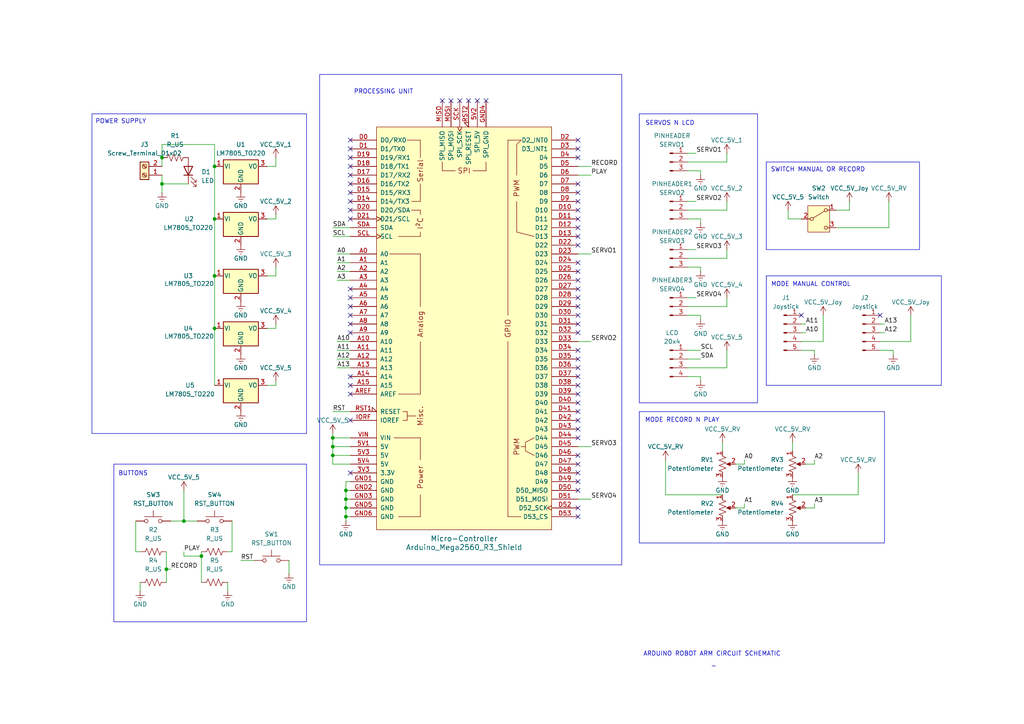
<source format=kicad_sch>
(kicad_sch (version 20231120) (generator "eeschema") (generator_version "8.0")
  (paper "A4")
  (lib_symbols
    (symbol "Connector:Conn_01x03_Pin" (pin_names (offset 1.016) hide)
      (property "Reference" "J" (at 0 5.08 0))
      (property "Value" "Conn_01x03_Pin" (at 0 -5.08 0))
      (symbol "Conn_01x03_Pin_1_1"
        (polyline (pts (xy 1.27 -2.54) (xy 0.8636 -2.54)) (stroke (width 0.1524)))
        (polyline (pts (xy 1.27 0) (xy 0.8636 0)) (stroke (width 0.1524)))
        (polyline (pts (xy 1.27 2.54) (xy 0.8636 2.54)) (stroke (width 0.1524)))
        (rectangle (start 0.8636 -2.413) (end 0 -2.667) (stroke (width 0.1524)) (fill (type outline)))
        (rectangle (start 0.8636 0.127) (end 0 -0.127) (stroke (width 0.1524)) (fill (type outline)))
        (rectangle (start 0.8636 2.667) (end 0 2.413) (stroke (width 0.1524)) (fill (type outline)))
        (pin passive line (at 5.08 2.54 180) (length 3.81) (name "Pin_1") (number "1"))
        (pin passive line (at 5.08 0 180) (length 3.81) (name "Pin_2") (number "2"))
        (pin passive line (at 5.08 -2.54 180) (length 3.81) (name "Pin_3") (number "3"))
      )
    )
    (symbol "Connector:Conn_01x04_Pin" (pin_names (offset 1.016) hide)
      (property "Reference" "J" (at 0 5.08 0))
      (property "Value" "Conn_01x04_Pin" (at 0 -7.62 0))
      (symbol "Conn_01x04_Pin_1_1"
        (polyline (pts (xy 1.27 -5.08) (xy 0.8636 -5.08)) (stroke (width 0.1524)))
        (polyline (pts (xy 1.27 -2.54) (xy 0.8636 -2.54)) (stroke (width 0.1524)))
        (polyline (pts (xy 1.27 0) (xy 0.8636 0)) (stroke (width 0.1524)))
        (polyline (pts (xy 1.27 2.54) (xy 0.8636 2.54)) (stroke (width 0.1524)))
        (rectangle (start 0.8636 -4.953) (end 0 -5.207) (stroke (width 0.1524)) (fill (type outline)))
        (rectangle (start 0.8636 -2.413) (end 0 -2.667) (stroke (width 0.1524)) (fill (type outline)))
        (rectangle (start 0.8636 0.127) (end 0 -0.127) (stroke (width 0.1524)) (fill (type outline)))
        (rectangle (start 0.8636 2.667) (end 0 2.413) (stroke (width 0.1524)) (fill (type outline)))
        (pin passive line (at 5.08 2.54 180) (length 3.81) (name "Pin_1") (number "1"))
        (pin passive line (at 5.08 0 180) (length 3.81) (name "Pin_2") (number "2"))
        (pin passive line (at 5.08 -2.54 180) (length 3.81) (name "Pin_3") (number "3"))
        (pin passive line (at 5.08 -5.08 180) (length 3.81) (name "Pin_4") (number "4"))
      )
    )
    (symbol "Connector:Conn_01x05_Pin" (pin_names (offset 1.016) hide)
      (property "Reference" "J" (at 0 7.62 0))
      (property "Value" "Conn_01x05_Pin" (at 0 -7.62 0))
      (symbol "Conn_01x05_Pin_1_1"
        (polyline (pts (xy 1.27 -5.08) (xy 0.8636 -5.08)) (stroke (width 0.1524)))
        (polyline (pts (xy 1.27 -2.54) (xy 0.8636 -2.54)) (stroke (width 0.1524)))
        (polyline (pts (xy 1.27 0) (xy 0.8636 0)) (stroke (width 0.1524)))
        (polyline (pts (xy 1.27 2.54) (xy 0.8636 2.54)) (stroke (width 0.1524)))
        (polyline (pts (xy 1.27 5.08) (xy 0.8636 5.08)) (stroke (width 0.1524)))
        (rectangle (start 0.8636 -4.953) (end 0 -5.207) (stroke (width 0.1524)) (fill (type outline)))
        (rectangle (start 0.8636 -2.413) (end 0 -2.667) (stroke (width 0.1524)) (fill (type outline)))
        (rectangle (start 0.8636 0.127) (end 0 -0.127) (stroke (width 0.1524)) (fill (type outline)))
        (rectangle (start 0.8636 2.667) (end 0 2.413) (stroke (width 0.1524)) (fill (type outline)))
        (rectangle (start 0.8636 5.207) (end 0 4.953) (stroke (width 0.1524)) (fill (type outline)))
        (pin passive line (at 5.08 5.08 180) (length 3.81) (name "Pin_1") (number "1"))
        (pin passive line (at 5.08 2.54 180) (length 3.81) (name "Pin_2") (number "2"))
        (pin passive line (at 5.08 0 180) (length 3.81) (name "Pin_3") (number "3"))
        (pin passive line (at 5.08 -2.54 180) (length 3.81) (name "Pin_4") (number "4"))
        (pin passive line (at 5.08 -5.08 180) (length 3.81) (name "Pin_5") (number "5"))
      )
    )
    (symbol "Connector:Screw_Terminal_01x02" (pin_names (offset 1.016) hide)
      (property "Reference" "J" (at 0 2.54 0))
      (property "Value" "Screw_Terminal_01x02" (at 0 -5.08 0))
      (symbol "Screw_Terminal_01x02_1_1"
        (rectangle (start -1.27 1.27) (end 1.27 -3.81) (stroke (width 0.254)) (fill (type background)))
        (circle (center 0 -2.54) (radius 0.635) (stroke (width 0.1524)))
        (polyline (pts (xy -0.5334 -2.2098) (xy 0.3302 -3.048)) (stroke (width 0.1524)))
        (polyline (pts (xy -0.5334 0.3302) (xy 0.3302 -0.508)) (stroke (width 0.1524)))
        (polyline (pts (xy -0.3556 -2.032) (xy 0.508 -2.8702)) (stroke (width 0.1524)))
        (polyline (pts (xy -0.3556 0.508) (xy 0.508 -0.3302)) (stroke (width 0.1524)))
        (circle (center 0 0) (radius 0.635) (stroke (width 0.1524)))
        (pin passive line (at -5.08 0 0) (length 3.81) (name "Pin_1") (number "1"))
        (pin passive line (at -5.08 -2.54 0) (length 3.81) (name "Pin_2") (number "2"))
      )
    )
    (symbol "Device:LED" (pin_numbers hide) (pin_names (offset 1.016) hide)
      (property "Reference" "D" (at 0 2.54 0))
      (property "Value" "LED" (at 0 -2.54 0))
      (symbol "LED_0_1"
        (polyline (pts (xy -1.27 -1.27) (xy -1.27 1.27)) (stroke (width 0.254)))
        (polyline (pts (xy -1.27 0) (xy 1.27 0)))
        (polyline (pts (xy 1.27 -1.27) (xy 1.27 1.27) (xy -1.27 0) (xy 1.27 -1.27)) (stroke (width 0.254)))
        (polyline (pts (xy -3.048 -0.762) (xy -4.572 -2.286) (xy -3.81 -2.286) (xy -4.572 -2.286) (xy -4.572 -1.524)))
        (polyline (pts (xy -1.778 -0.762) (xy -3.302 -2.286) (xy -2.54 -2.286) (xy -3.302 -2.286) (xy -3.302 -1.524)))
      )
      (symbol "LED_1_1"
        (pin passive line (at -3.81 0 0) (length 2.54) (name "K") (number "1"))
        (pin passive line (at 3.81 0 180) (length 2.54) (name "A") (number "2"))
      )
    )
    (symbol "Device:R_Potentiometer_US" (pin_names (offset 1.016) hide)
      (property "Reference" "RV" (at -4.445 0 90))
      (property "Value" "R_Potentiometer_US" (at -2.54 0 90))
      (symbol "R_Potentiometer_US_0_1"
        (polyline (pts (xy 0 -2.286) (xy 0 -2.54)))
        (polyline (pts (xy 0 2.54) (xy 0 2.286)))
        (polyline (pts (xy 2.54 0) (xy 1.524 0)))
        (polyline (pts (xy 1.143 0) (xy 2.286 0.508) (xy 2.286 -0.508) (xy 1.143 0)) (fill (type outline)))
        (polyline (pts (xy 0 -0.762) (xy 1.016 -1.143) (xy 0 -1.524) (xy -1.016 -1.905) (xy 0 -2.286)))
        (polyline (pts (xy 0 0.762) (xy 1.016 0.381) (xy 0 0) (xy -1.016 -0.381) (xy 0 -0.762)))
        (polyline (pts (xy 0 2.286) (xy 1.016 1.905) (xy 0 1.524) (xy -1.016 1.143) (xy 0 0.762)))
      )
      (symbol "R_Potentiometer_US_1_1"
        (pin passive line (at 0 3.81 270) (length 1.27) (name "1") (number "1"))
        (pin passive line (at 3.81 0 180) (length 1.27) (name "2") (number "2"))
        (pin passive line (at 0 -3.81 90) (length 1.27) (name "3") (number "3"))
      )
    )
    (symbol "Device:R_US" (pin_numbers hide) (pin_names (offset 0))
      (property "Reference" "R" (at 2.54 0 90))
      (property "Value" "R_US" (at -2.54 0 90))
      (symbol "R_US_0_1"
        (polyline (pts (xy 0 -2.286) (xy 0 -2.54)))
        (polyline (pts (xy 0 2.286) (xy 0 2.54)))
        (polyline (pts (xy 0 -0.762) (xy 1.016 -1.143) (xy 0 -1.524) (xy -1.016 -1.905) (xy 0 -2.286)))
        (polyline (pts (xy 0 0.762) (xy 1.016 0.381) (xy 0 0) (xy -1.016 -0.381) (xy 0 -0.762)))
        (polyline (pts (xy 0 2.286) (xy 1.016 1.905) (xy 0 1.524) (xy -1.016 1.143) (xy 0 0.762)))
      )
      (symbol "R_US_1_1"
        (pin passive line (at 0 3.81 270) (length 1.27) (name "~") (number "1"))
        (pin passive line (at 0 -3.81 90) (length 1.27) (name "~") (number "2"))
      )
    )
    (symbol "PCM_arduino-library:Arduino_Mega2560_R3_Shield" (pin_names (offset 1.016))
      (property "Reference" "A" (at 0 -62.23 0))
      (property "Value" "Arduino_Mega2560_R3_Shield" (at 0 -66.04 0))
      (symbol "Arduino_Mega2560_R3_Shield_0_0"
        (rectangle (start -25.4 -58.42) (end 25.4 58.42) (fill (type background)))
        (rectangle (start -20.32 -31.75) (end -12.7 -31.75))
        (rectangle (start -19.05 -54.61) (end -12.7 -54.61))
        (rectangle (start -19.05 -19.05) (end -12.7 -19.05))
        (rectangle (start -19.05 26.67) (end -12.7 26.67))
        (rectangle (start -17.78 -26.67) (end -16.51 -26.67))
        (rectangle (start -17.78 -24.13) (end -16.51 -24.13))
        (rectangle (start -16.51 -25.4) (end -13.97 -25.4))
        (rectangle (start -16.51 -24.13) (end -16.51 -26.67))
        (rectangle (start -16.51 54.61) (end -12.7 54.61))
        (rectangle (start -15.24 34.29) (end -12.7 34.29))
        (rectangle (start -15.24 36.83) (end -12.7 36.83))
        (rectangle (start -12.7 -54.61) (end -12.7 -48.26))
        (rectangle (start -12.7 -31.75) (end -12.7 -38.1))
        (rectangle (start -12.7 26.67) (end -12.7 27.94))
        (rectangle (start -12.7 34.29) (end -12.7 33.02))
        (rectangle (start -12.7 41.91) (end -12.7 36.83))
        (rectangle (start -12.7 49.53) (end -12.7 54.61))
        (rectangle (start -6.35 48.26) (end -6.35 45.72))
        (rectangle (start -2.54 45.72) (end -6.35 45.72))
        (polyline (pts (xy -21.59 21.59) (xy -12.7 21.59)))
        (polyline (pts (xy -12.7 -19.05) (xy -12.7 -3.81)))
        (polyline (pts (xy -12.7 6.35) (xy -12.7 21.59)))
        (polyline (pts (xy 12.7 -54.61) (xy 16.51 -54.61)))
        (polyline (pts (xy 12.7 54.61) (xy 16.51 54.61)))
        (polyline (pts (xy 17.78 -34.29) (xy 16.51 -34.29)))
        (polyline (pts (xy 15.24 36.83) (xy 15.24 27.94) (xy 20.32 26.67)))
        (polyline (pts (xy 15.24 44.45) (xy 15.24 53.34) (xy 16.51 54.61)))
        (polyline (pts (xy 20.32 -31.75) (xy 17.78 -33.02) (xy 17.78 -35.56) (xy 20.32 -36.83)))
        (rectangle (start 6.35 45.72) (end 2.54 45.72))
        (rectangle (start 6.35 48.26) (end 6.35 45.72))
        (text "Analog" (at -12.7 1.27 900) (effects (font (size 1.524 1.524))))
        (text "I²C" (at -12.7 30.48 900) (effects (font (size 1.524 1.524))))
        (text "Misc." (at -12.7 -25.4 900) (effects (font (size 1.524 1.524))))
        (text "Power" (at -12.7 -43.18 900) (effects (font (size 1.524 1.524))))
        (text "PWM" (at 15.24 -34.29 900) (effects (font (size 1.524 1.524))))
        (text "PWM" (at 15.24 40.64 900) (effects (font (size 1.524 1.524))))
        (text "Serial" (at -12.7 45.72 900) (effects (font (size 1.524 1.524))))
        (text "SPI" (at 0 45.72 0) (effects (font (size 1.524 1.524))))
      )
      (symbol "Arduino_Mega2560_R3_Shield_1_0"
        (rectangle (start 12.7 -54.61) (end 12.7 -3.81))
        (rectangle (start 12.7 54.61) (end 12.7 3.81))
        (text "GPIO" (at 12.7 0 900) (effects (font (size 1.524 1.524))))
      )
      (symbol "Arduino_Mega2560_R3_Shield_1_1"
        (pin power_out line (at -33.02 -41.91 0) (length 7.62) (name "3.3V") (number "3V3"))
        (pin power_in line (at -33.02 -34.29 0) (length 7.62) (name "5V") (number "5V1"))
        (pin power_in line (at 3.81 66.04 270) (length 7.62) (name "SPI_5V") (number "5V2"))
        (pin power_in line (at -33.02 -36.83 0) (length 7.62) (name "5V") (number "5V3"))
        (pin power_in line (at -33.02 -39.37 0) (length 7.62) (name "5V") (number "5V4"))
        (pin bidirectional line (at -33.02 21.59 0) (length 7.62) (name "A0") (number "A0"))
        (pin bidirectional line (at -33.02 19.05 0) (length 7.62) (name "A1") (number "A1"))
        (pin bidirectional line (at -33.02 -3.81 0) (length 7.62) (name "A10") (number "A10"))
        (pin bidirectional line (at -33.02 -6.35 0) (length 7.62) (name "A11") (number "A11"))
        (pin bidirectional line (at -33.02 -8.89 0) (length 7.62) (name "A12") (number "A12"))
        (pin bidirectional line (at -33.02 -11.43 0) (length 7.62) (name "A13") (number "A13"))
        (pin bidirectional line (at -33.02 -13.97 0) (length 7.62) (name "A14") (number "A14"))
        (pin bidirectional line (at -33.02 -16.51 0) (length 7.62) (name "A15") (number "A15"))
        (pin bidirectional line (at -33.02 16.51 0) (length 7.62) (name "A2") (number "A2"))
        (pin bidirectional line (at -33.02 13.97 0) (length 7.62) (name "A3") (number "A3"))
        (pin bidirectional line (at -33.02 11.43 0) (length 7.62) (name "A4") (number "A4"))
        (pin bidirectional line (at -33.02 8.89 0) (length 7.62) (name "A5") (number "A5"))
        (pin bidirectional line (at -33.02 6.35 0) (length 7.62) (name "A6") (number "A6"))
        (pin bidirectional line (at -33.02 3.81 0) (length 7.62) (name "A7") (number "A7"))
        (pin bidirectional line (at -33.02 1.27 0) (length 7.62) (name "A8") (number "A8"))
        (pin bidirectional line (at -33.02 -1.27 0) (length 7.62) (name "A9") (number "A9"))
        (pin input line (at -33.02 -19.05 0) (length 7.62) (name "AREF") (number "AREF"))
        (pin bidirectional line (at -33.02 54.61 0) (length 7.62) (name "D0/RX0") (number "D0"))
        (pin bidirectional line (at -33.02 52.07 0) (length 7.62) (name "D1/TX0") (number "D1"))
        (pin bidirectional line (at 33.02 34.29 180) (length 7.62) (name "D10") (number "D10"))
        (pin bidirectional line (at 33.02 31.75 180) (length 7.62) (name "D11") (number "D11"))
        (pin bidirectional line (at 33.02 29.21 180) (length 7.62) (name "D12") (number "D12"))
        (pin bidirectional line (at 33.02 26.67 180) (length 7.62) (name "D13") (number "D13"))
        (pin bidirectional line (at -33.02 36.83 0) (length 7.62) (name "D14/TX3") (number "D14"))
        (pin bidirectional line (at -33.02 39.37 0) (length 7.62) (name "D15/RX3") (number "D15"))
        (pin bidirectional line (at -33.02 41.91 0) (length 7.62) (name "D16/TX2") (number "D16"))
        (pin bidirectional line (at -33.02 44.45 0) (length 7.62) (name "D17/RX2") (number "D17"))
        (pin bidirectional line (at -33.02 46.99 0) (length 7.62) (name "D18/TX1") (number "D18"))
        (pin bidirectional line (at -33.02 49.53 0) (length 7.62) (name "D19/RX1") (number "D19"))
        (pin bidirectional line (at 33.02 54.61 180) (length 7.62) (name "D2_INT0") (number "D2"))
        (pin bidirectional line (at -33.02 34.29 0) (length 7.62) (name "D20/SDA") (number "D20"))
        (pin bidirectional clock (at -33.02 31.75 0) (length 7.62) (name "D21/SCL") (number "D21"))
        (pin bidirectional line (at 33.02 24.13 180) (length 7.62) (name "D22") (number "D22"))
        (pin bidirectional line (at 33.02 21.59 180) (length 7.62) (name "D23") (number "D23"))
        (pin bidirectional line (at 33.02 19.05 180) (length 7.62) (name "D24") (number "D24"))
        (pin bidirectional line (at 33.02 16.51 180) (length 7.62) (name "D25") (number "D25"))
        (pin bidirectional line (at 33.02 13.97 180) (length 7.62) (name "D26") (number "D26"))
        (pin bidirectional line (at 33.02 11.43 180) (length 7.62) (name "D27") (number "D27"))
        (pin bidirectional line (at 33.02 8.89 180) (length 7.62) (name "D28") (number "D28"))
        (pin bidirectional line (at 33.02 6.35 180) (length 7.62) (name "D29") (number "D29"))
        (pin bidirectional line (at 33.02 52.07 180) (length 7.62) (name "D3_INT1") (number "D3"))
        (pin bidirectional line (at 33.02 3.81 180) (length 7.62) (name "D30") (number "D30"))
        (pin bidirectional line (at 33.02 1.27 180) (length 7.62) (name "D31") (number "D31"))
        (pin bidirectional line (at 33.02 -1.27 180) (length 7.62) (name "D32") (number "D32"))
        (pin bidirectional line (at 33.02 -3.81 180) (length 7.62) (name "D33") (number "D33"))
        (pin bidirectional line (at 33.02 -6.35 180) (length 7.62) (name "D34") (number "D34"))
        (pin bidirectional line (at 33.02 -8.89 180) (length 7.62) (name "D35") (number "D35"))
        (pin bidirectional line (at 33.02 -11.43 180) (length 7.62) (name "D36") (number "D36"))
        (pin bidirectional line (at 33.02 -13.97 180) (length 7.62) (name "D37") (number "D37"))
        (pin bidirectional line (at 33.02 -16.51 180) (length 7.62) (name "D38") (number "D38"))
        (pin bidirectional line (at 33.02 -19.05 180) (length 7.62) (name "D39") (number "D39"))
        (pin bidirectional line (at 33.02 49.53 180) (length 7.62) (name "D4") (number "D4"))
        (pin bidirectional line (at 33.02 -21.59 180) (length 7.62) (name "D40") (number "D40"))
        (pin bidirectional line (at 33.02 -24.13 180) (length 7.62) (name "D41") (number "D41"))
        (pin bidirectional line (at 33.02 -26.67 180) (length 7.62) (name "D42") (number "D42"))
        (pin bidirectional line (at 33.02 -29.21 180) (length 7.62) (name "D43") (number "D43"))
        (pin bidirectional line (at 33.02 -31.75 180) (length 7.62) (name "D44") (number "D44"))
        (pin bidirectional line (at 33.02 -34.29 180) (length 7.62) (name "D45") (number "D45"))
        (pin bidirectional line (at 33.02 -36.83 180) (length 7.62) (name "D46") (number "D46"))
        (pin bidirectional line (at 33.02 -39.37 180) (length 7.62) (name "D47") (number "D47"))
        (pin bidirectional line (at 33.02 -41.91 180) (length 7.62) (name "D48") (number "D48"))
        (pin bidirectional line (at 33.02 -44.45 180) (length 7.62) (name "D49") (number "D49"))
        (pin bidirectional line (at 33.02 46.99 180) (length 7.62) (name "D5") (number "D5"))
        (pin bidirectional line (at 33.02 -46.99 180) (length 7.62) (name "D50_MISO") (number "D50"))
        (pin bidirectional line (at 33.02 -49.53 180) (length 7.62) (name "D51_MOSI") (number "D51"))
        (pin bidirectional clock (at 33.02 -52.07 180) (length 7.62) (name "D52_SCK") (number "D52"))
        (pin bidirectional line (at 33.02 -54.61 180) (length 7.62) (name "D53_CS") (number "D53"))
        (pin bidirectional line (at 33.02 44.45 180) (length 7.62) (name "D6") (number "D6"))
        (pin bidirectional line (at 33.02 41.91 180) (length 7.62) (name "D7") (number "D7"))
        (pin bidirectional line (at 33.02 39.37 180) (length 7.62) (name "D8") (number "D8"))
        (pin bidirectional line (at 33.02 36.83 180) (length 7.62) (name "D9") (number "D9"))
        (pin power_in line (at -33.02 -44.45 0) (length 7.62) (name "GND") (number "GND1"))
        (pin power_in line (at -33.02 -46.99 0) (length 7.62) (name "GND") (number "GND2"))
        (pin power_in line (at -33.02 -49.53 0) (length 7.62) (name "GND") (number "GND3"))
        (pin power_in line (at 6.35 66.04 270) (length 7.62) (name "SPI_GND") (number "GND4"))
        (pin power_in line (at -33.02 -52.07 0) (length 7.62) (name "GND") (number "GND5"))
        (pin power_in line (at -33.02 -54.61 0) (length 7.62) (name "GND") (number "GND6"))
        (pin output line (at -33.02 -26.67 0) (length 7.62) (name "IOREF") (number "IORF"))
        (pin input line (at -6.35 66.04 270) (length 7.62) (name "SPI_MISO") (number "MISO"))
        (pin output line (at -3.81 66.04 270) (length 7.62) (name "SPI_MOSI") (number "MOSI"))
        (pin open_collector input_low (at -33.02 -24.13 0) (length 7.62) (name "RESET") (number "RST1"))
        (pin open_collector input_low (at 1.27 66.04 270) (length 7.62) (name "SPI_RESET") (number "RST2"))
        (pin output clock (at -1.27 66.04 270) (length 7.62) (name "SPI_SCK") (number "SCK"))
        (pin bidirectional clock (at -33.02 26.67 0) (length 7.62) (name "SCL") (number "SCL"))
        (pin bidirectional line (at -33.02 29.21 0) (length 7.62) (name "SDA") (number "SDA"))
        (pin power_in line (at -33.02 -31.75 0) (length 7.62) (name "VIN") (number "VIN"))
      )
    )
    (symbol "Regulator_Linear:LM7805_TO220" (pin_names (offset 0.254))
      (property "Reference" "U" (at -3.81 3.175 0))
      (property "Value" "LM7805_TO220" (at 0 3.175 0))
      (symbol "LM7805_TO220_0_1"
        (rectangle (start -5.08 1.905) (end 5.08 -5.08) (stroke (width 0.254)) (fill (type background)))
      )
      (symbol "LM7805_TO220_1_1"
        (pin power_in line (at -7.62 0 0) (length 2.54) (name "VI") (number "1"))
        (pin power_in line (at 0 -7.62 90) (length 2.54) (name "GND") (number "2"))
        (pin power_out line (at 7.62 0 180) (length 2.54) (name "VO") (number "3"))
      )
    )
    (symbol "Switch:SW_Push" (pin_numbers hide) (pin_names (offset 1.016) hide)
      (property "Reference" "SW" (at 1.27 2.54 0))
      (property "Value" "SW_Push" (at 0 -1.524 0))
      (symbol "SW_Push_0_1"
        (circle (center -2.032 0) (radius 0.508))
        (polyline (pts (xy 0 1.27) (xy 0 3.048)))
        (polyline (pts (xy 2.54 1.27) (xy -2.54 1.27)))
        (circle (center 2.032 0) (radius 0.508))
        (pin passive line (at -5.08 0 0) (length 2.54) (name "1") (number "1"))
        (pin passive line (at 5.08 0 180) (length 2.54) (name "2") (number "2"))
      )
    )
    (symbol "Switch:SW_SPDT" (pin_names (offset 0) hide)
      (property "Reference" "SW" (at 0 5.08 0))
      (property "Value" "SW_SPDT" (at 0 -5.08 0))
      (symbol "SW_SPDT_0_1"
        (circle (center -2.032 0) (radius 0.4572))
        (polyline (pts (xy -1.651 0.254) (xy 1.651 2.286)))
        (circle (center 2.032 -2.54) (radius 0.4572))
        (circle (center 2.032 2.54) (radius 0.4572))
      )
      (symbol "SW_SPDT_1_1"
        (rectangle (start -3.175 3.81) (end 3.175 -3.81) (fill (type background)))
        (pin passive line (at 5.08 2.54 180) (length 2.54) (name "A") (number "1"))
        (pin passive line (at -5.08 0 0) (length 2.54) (name "B") (number "2"))
        (pin passive line (at 5.08 -2.54 180) (length 2.54) (name "C") (number "3"))
      )
    )
    (symbol "power:GNDREF" (power) (pin_numbers hide) (pin_names (offset 0) hide)
      (property "Value" "GNDREF" (at 0 -3.81 0))
      (symbol "GNDREF_0_1"
        (polyline (pts (xy -0.635 -1.905) (xy 0.635 -1.905)))
        (polyline (pts (xy -0.127 -2.54) (xy 0.127 -2.54)))
        (polyline (pts (xy 0 -1.27) (xy 0 0)))
        (polyline (pts (xy 1.27 -1.27) (xy -1.27 -1.27)))
      )
      (symbol "GNDREF_1_1"
        (pin power_in line (at 0 0 270) (length 0) (name "~") (number "1"))
      )
    )
    (symbol "power:VCC" (power) (pin_numbers hide) (pin_names (offset 0) hide)
      (property "Value" "VCC" (at 0 3.556 0))
      (symbol "VCC_0_1"
        (polyline (pts (xy -0.762 1.27) (xy 0 2.54)))
        (polyline (pts (xy 0 0) (xy 0 2.54)))
        (polyline (pts (xy 0 2.54) (xy 0.762 1.27)))
      )
      (symbol "VCC_1_1"
        (pin power_in line (at 0 0 90) (length 0) (name "~") (number "1"))
      )
    )
  )
  (junction (at 62.23 63.5))
  (junction (at 96.52 129.54))
  (junction (at 96.52 132.08))
  (junction (at 62.23 95.25))
  (junction (at 100.33 144.78))
  (junction (at 58.42 161.29))
  (junction (at 100.33 142.24))
  (junction (at 46.99 45.72))
  (junction (at 53.34 151.13))
  (junction (at 100.33 147.32))
  (junction (at 46.99 53.34))
  (junction (at 100.33 149.86))
  (junction (at 62.23 48.26))
  (junction (at 62.23 80.01))
  (junction (at 96.52 127))
  (junction (at 48.26 165.1))
  (no_connect (at 167.64 132.08))
  (no_connect (at 101.6 50.8))
  (no_connect (at 130.81 29.21))
  (no_connect (at 101.6 58.42))
  (no_connect (at 167.64 114.3))
  (no_connect (at 101.6 86.36))
  (no_connect (at 101.6 93.98))
  (no_connect (at 167.64 81.28))
  (no_connect (at 101.6 109.22))
  (no_connect (at 167.64 78.74))
  (no_connect (at 138.43 29.21))
  (no_connect (at 167.64 40.64))
  (no_connect (at 255.27 91.44))
  (no_connect (at 167.64 104.14))
  (no_connect (at 167.64 109.22))
  (no_connect (at 167.64 134.62))
  (no_connect (at 101.6 40.64))
  (no_connect (at 167.64 137.16))
  (no_connect (at 167.64 124.46))
  (no_connect (at 167.64 111.76))
  (no_connect (at 167.64 60.96))
  (no_connect (at 101.6 55.88))
  (no_connect (at 167.64 121.92))
  (no_connect (at 167.64 53.34))
  (no_connect (at 167.64 63.5))
  (no_connect (at 101.6 63.5))
  (no_connect (at 167.64 45.72))
  (no_connect (at 167.64 88.9))
  (no_connect (at 167.64 43.18))
  (no_connect (at 167.64 68.58))
  (no_connect (at 167.64 55.88))
  (no_connect (at 101.6 83.82))
  (no_connect (at 167.64 116.84))
  (no_connect (at 135.89 29.21))
  (no_connect (at 167.64 66.04))
  (no_connect (at 101.6 111.76))
  (no_connect (at 167.64 142.24))
  (no_connect (at 167.64 101.6))
  (no_connect (at 101.6 121.92))
  (no_connect (at 167.64 147.32))
  (no_connect (at 167.64 139.7))
  (no_connect (at 232.41 91.44))
  (no_connect (at 128.27 29.21))
  (no_connect (at 167.64 83.82))
  (no_connect (at 101.6 137.16))
  (no_connect (at 167.64 96.52))
  (no_connect (at 140.97 29.21))
  (no_connect (at 101.6 45.72))
  (no_connect (at 167.64 106.68))
  (no_connect (at 167.64 149.86))
  (no_connect (at 167.64 86.36))
  (no_connect (at 133.35 29.21))
  (no_connect (at 101.6 96.52))
  (no_connect (at 101.6 53.34))
  (no_connect (at 167.64 71.12))
  (no_connect (at 167.64 76.2))
  (no_connect (at 101.6 48.26))
  (no_connect (at 101.6 91.44))
  (no_connect (at 101.6 88.9))
  (no_connect (at 167.64 119.38))
  (no_connect (at 101.6 60.96))
  (no_connect (at 101.6 114.3))
  (no_connect (at 101.6 43.18))
  (no_connect (at 167.64 91.44))
  (no_connect (at 167.64 58.42))
  (no_connect (at 167.64 93.98))
  (no_connect (at 167.64 127))
  (wire (pts (xy 97.79 99.06) (xy 101.6 99.06)))
  (wire (pts (xy 62.23 41.91) (xy 62.23 48.26)))
  (wire (pts (xy 255.27 96.52) (xy 256.54 96.52)))
  (wire (pts (xy 229.87 143.51) (xy 248.92 143.51)))
  (wire (pts (xy 199.39 101.6) (xy 203.2 101.6)))
  (wire (pts (xy 255.27 93.98) (xy 256.54 93.98)))
  (wire (pts (xy 193.04 143.51) (xy 193.04 133.35)))
  (wire (pts (xy 46.99 45.72) (xy 46.99 48.26)))
  (wire (pts (xy 80.01 80.01) (xy 80.01 77.47)))
  (wire (pts (xy 97.79 101.6) (xy 101.6 101.6)))
  (wire (pts (xy 97.79 78.74) (xy 101.6 78.74)))
  (wire (pts (xy 229.87 128.27) (xy 229.87 130.81)))
  (wire (pts (xy 77.47 63.5) (xy 80.01 63.5)))
  (wire (pts (xy 53.34 161.29) (xy 58.42 161.29)))
  (wire (pts (xy 203.2 77.47) (xy 203.2 78.74)))
  (wire (pts (xy 199.39 44.45) (xy 201.93 44.45)))
  (wire (pts (xy 199.39 88.9) (xy 210.82 88.9)))
  (wire (pts (xy 199.39 91.44) (xy 203.2 91.44)))
  (wire (pts (xy 236.22 146.05) (xy 236.22 147.32)))
  (wire (pts (xy 62.23 95.25) (xy 62.23 111.76)))
  (wire (pts (xy 199.39 46.99) (xy 210.82 46.99)))
  (wire (pts (xy 77.47 48.26) (xy 80.01 48.26)))
  (wire (pts (xy 242.57 60.96) (xy 246.38 60.96)))
  (wire (pts (xy 203.2 109.22) (xy 203.2 110.49)))
  (wire (pts (xy 96.52 127) (xy 101.6 127)))
  (wire (pts (xy 257.81 58.42) (xy 257.81 66.04)))
  (wire (pts (xy 255.27 99.06) (xy 264.16 99.06)))
  (wire (pts (xy 199.39 104.14) (xy 203.2 104.14)))
  (wire (pts (xy 248.92 143.51) (xy 248.92 137.16)))
  (wire (pts (xy 83.82 162.56) (xy 83.82 166.37)))
  (wire (pts (xy 101.6 139.7) (xy 100.33 139.7)))
  (wire (pts (xy 54.61 53.34) (xy 46.99 53.34)))
  (wire (pts (xy 67.31 151.13) (xy 67.31 160.02)))
  (wire (pts (xy 167.64 73.66) (xy 171.45 73.66)))
  (wire (pts (xy 199.39 74.93) (xy 210.82 74.93)))
  (wire (pts (xy 62.23 80.01) (xy 62.23 95.25)))
  (wire (pts (xy 215.9 147.32) (xy 213.36 147.32)))
  (wire (pts (xy 100.33 142.24) (xy 101.6 142.24)))
  (wire (pts (xy 96.52 129.54) (xy 101.6 129.54)))
  (wire (pts (xy 236.22 133.35) (xy 236.22 134.62)))
  (wire (pts (xy 100.33 147.32) (xy 101.6 147.32)))
  (wire (pts (xy 232.41 96.52) (xy 233.68 96.52)))
  (wire (pts (xy 167.64 48.26) (xy 171.45 48.26)))
  (wire (pts (xy 264.16 99.06) (xy 264.16 91.44)))
  (wire (pts (xy 210.82 46.99) (xy 210.82 44.45)))
  (wire (pts (xy 46.99 53.34) (xy 46.99 55.88)))
  (wire (pts (xy 96.52 132.08) (xy 101.6 132.08)))
  (wire (pts (xy 203.2 63.5) (xy 203.2 64.77)))
  (wire (pts (xy 199.39 109.22) (xy 203.2 109.22)))
  (wire (pts (xy 203.2 91.44) (xy 203.2 92.71)))
  (wire (pts (xy 199.39 60.96) (xy 210.82 60.96)))
  (wire (pts (xy 199.39 77.47) (xy 203.2 77.47)))
  (wire (pts (xy 53.34 151.13) (xy 53.34 142.24)))
  (wire (pts (xy 246.38 60.96) (xy 246.38 58.42)))
  (wire (pts (xy 77.47 80.01) (xy 80.01 80.01)))
  (wire (pts (xy 96.52 66.04) (xy 101.6 66.04)))
  (wire (pts (xy 46.99 41.91) (xy 62.23 41.91)))
  (wire (pts (xy 210.82 88.9) (xy 210.82 86.36)))
  (wire (pts (xy 232.41 99.06) (xy 238.76 99.06)))
  (wire (pts (xy 97.79 73.66) (xy 101.6 73.66)))
  (wire (pts (xy 49.53 151.13) (xy 53.34 151.13)))
  (wire (pts (xy 80.01 63.5) (xy 80.01 62.23)))
  (wire (pts (xy 167.64 144.78) (xy 171.45 144.78)))
  (wire (pts (xy 215.9 133.35) (xy 215.9 134.62)))
  (wire (pts (xy 96.52 132.08) (xy 96.52 129.54)))
  (wire (pts (xy 100.33 144.78) (xy 101.6 144.78)))
  (wire (pts (xy 203.2 49.53) (xy 203.2 50.8)))
  (wire (pts (xy 66.04 168.91) (xy 66.04 171.45)))
  (wire (pts (xy 97.79 104.14) (xy 101.6 104.14)))
  (wire (pts (xy 48.26 160.02) (xy 48.26 165.1)))
  (wire (pts (xy 77.47 111.76) (xy 80.01 111.76)))
  (wire (pts (xy 167.64 99.06) (xy 171.45 99.06)))
  (wire (pts (xy 257.81 66.04) (xy 242.57 66.04)))
  (wire (pts (xy 236.22 134.62) (xy 233.68 134.62)))
  (wire (pts (xy 62.23 63.5) (xy 62.23 80.01)))
  (wire (pts (xy 199.39 86.36) (xy 201.93 86.36)))
  (wire (pts (xy 232.41 101.6) (xy 236.22 101.6)))
  (wire (pts (xy 100.33 149.86) (xy 101.6 149.86)))
  (wire (pts (xy 210.82 60.96) (xy 210.82 58.42)))
  (wire (pts (xy 97.79 106.68) (xy 101.6 106.68)))
  (wire (pts (xy 203.2 49.53) (xy 199.39 49.53)))
  (wire (pts (xy 236.22 101.6) (xy 236.22 102.87)))
  (wire (pts (xy 39.37 151.13) (xy 39.37 160.02)))
  (wire (pts (xy 199.39 106.68) (xy 210.82 106.68)))
  (wire (pts (xy 48.26 165.1) (xy 48.26 168.91)))
  (wire (pts (xy 96.52 127) (xy 96.52 125.73)))
  (wire (pts (xy 199.39 72.39) (xy 201.93 72.39)))
  (wire (pts (xy 232.41 63.5) (xy 228.6 63.5)))
  (wire (pts (xy 96.52 134.62) (xy 96.52 132.08)))
  (wire (pts (xy 39.37 160.02) (xy 40.64 160.02)))
  (wire (pts (xy 67.31 160.02) (xy 66.04 160.02)))
  (wire (pts (xy 210.82 106.68) (xy 210.82 101.6)))
  (wire (pts (xy 215.9 146.05) (xy 215.9 147.32)))
  (wire (pts (xy 167.64 129.54) (xy 171.45 129.54)))
  (wire (pts (xy 62.23 48.26) (xy 62.23 63.5)))
  (wire (pts (xy 97.79 76.2) (xy 101.6 76.2)))
  (wire (pts (xy 48.26 165.1) (xy 49.53 165.1)))
  (wire (pts (xy 100.33 149.86) (xy 100.33 151.13)))
  (wire (pts (xy 199.39 63.5) (xy 203.2 63.5)))
  (wire (pts (xy 80.01 95.25) (xy 80.01 93.98)))
  (wire (pts (xy 199.39 58.42) (xy 201.93 58.42)))
  (wire (pts (xy 97.79 81.28) (xy 101.6 81.28)))
  (wire (pts (xy 80.01 48.26) (xy 80.01 45.72)))
  (wire (pts (xy 96.52 129.54) (xy 96.52 127)))
  (wire (pts (xy 53.34 151.13) (xy 57.15 151.13)))
  (wire (pts (xy 40.64 168.91) (xy 40.64 171.45)))
  (wire (pts (xy 96.52 119.38) (xy 101.6 119.38)))
  (wire (pts (xy 210.82 74.93) (xy 210.82 72.39)))
  (wire (pts (xy 238.76 99.06) (xy 238.76 91.44)))
  (wire (pts (xy 209.55 128.27) (xy 209.55 130.81)))
  (wire (pts (xy 58.42 160.02) (xy 58.42 161.29)))
  (wire (pts (xy 255.27 101.6) (xy 259.08 101.6)))
  (wire (pts (xy 236.22 147.32) (xy 233.68 147.32)))
  (wire (pts (xy 100.33 142.24) (xy 100.33 144.78)))
  (wire (pts (xy 53.34 160.02) (xy 53.34 161.29)))
  (wire (pts (xy 77.47 95.25) (xy 80.01 95.25)))
  (wire (pts (xy 215.9 134.62) (xy 213.36 134.62)))
  (wire (pts (xy 259.08 101.6) (xy 259.08 102.87)))
  (wire (pts (xy 58.42 161.29) (xy 58.42 168.91)))
  (wire (pts (xy 46.99 45.72) (xy 46.99 41.91)))
  (wire (pts (xy 80.01 111.76) (xy 80.01 110.49)))
  (wire (pts (xy 232.41 93.98) (xy 233.68 93.98)))
  (wire (pts (xy 101.6 134.62) (xy 96.52 134.62)))
  (wire (pts (xy 167.64 50.8) (xy 171.45 50.8)))
  (wire (pts (xy 69.85 162.56) (xy 73.66 162.56)))
  (wire (pts (xy 96.52 68.58) (xy 101.6 68.58)))
  (wire (pts (xy 100.33 139.7) (xy 100.33 142.24)))
  (wire (pts (xy 209.55 143.51) (xy 193.04 143.51)))
  (wire (pts (xy 100.33 147.32) (xy 100.33 149.86)))
  (wire (pts (xy 228.6 63.5) (xy 228.6 60.96)))
  (wire (pts (xy 46.99 50.8) (xy 46.99 53.34)))
  (wire (pts (xy 100.33 144.78) (xy 100.33 147.32)))
  (rectangle (start 26.67 33.02) (end 88.9 125.73))
  (rectangle (start 222.25 80.01) (end 273.05 111.76))
  (rectangle (start 185.42 33.02) (end 219.71 116.84))
  (rectangle (start 222.25 46.99) (end 266.7 72.39))
  (rectangle (start 185.42 119.38) (end 256.54 157.48))
  (rectangle (start 92.71 21.59) (end 180.34 163.83))
  (rectangle (start 33.02 134.62) (end 88.9 180.34))
  (text "-" (at 207.01 193.294 0) (effects (font (size 1.27 1.27))))
  (text "SWITCH MANUAL OR RECORD" (at 237.236 49.276 0) (effects (font (size 1.27 1.27))))
  (text "POWER SUPPLY" (at 35.052 35.306 0) (effects (font (size 1.27 1.27))))
  (text "BUTTONS" (at 38.608 137.414 0) (effects (font (size 1.27 1.27))))
  (text "MODE RECORD N PLAY" (at 197.866 121.92 0) (effects (font (size 1.27 1.27))))
  (text "ARDUINO ROBOT ARM CIRCUIT SCHEMATIC" (at 206.502 189.738 0) (effects (font (size 1.27 1.27))))
  (text "PROCESSING UNIT" (at 111.252 26.67 0) (effects (font (size 1.27 1.27))))
  (text "MODE MANUAL CONTROL\n" (at 235.204 82.55 0) (effects (font (size 1.27 1.27))))
  (text "SERVOS N LCD" (at 194.31 35.814 0) (effects (font (size 1.27 1.27))))
  (label "SERVO1" (at 201.93 44.45 0))
  (label "SDA" (at 96.52 66.04 0))
  (label "SERVO3" (at 201.93 72.39 0))
  (label "RECORD" (at 171.45 48.26 0))
  (label "A1" (at 97.79 76.2 0))
  (label "A1" (at 215.9 146.05 0))
  (label "SERVO2" (at 201.93 58.42 0))
  (label "SERVO2" (at 171.45 99.06 0))
  (label "RST" (at 96.52 119.38 0))
  (label "A12" (at 97.79 104.14 0))
  (label "SERVO4" (at 171.45 144.78 0))
  (label "A13" (at 97.79 106.68 0))
  (label "RST" (at 69.85 162.56 0))
  (label "A0" (at 97.79 73.66 0))
  (label "PLAY" (at 171.45 50.8 0))
  (label "SDA" (at 203.2 104.14 0))
  (label "A2" (at 97.79 78.74 0))
  (label "A12" (at 256.54 96.52 0))
  (label "SERVO4" (at 201.93 86.36 0))
  (label "A11" (at 97.79 101.6 0))
  (label "SCL" (at 96.52 68.58 0))
  (label "A10" (at 233.68 96.52 0))
  (label "SERVO1" (at 171.45 73.66 0))
  (label "RECORD" (at 49.53 165.1 0))
  (label "A10" (at 97.79 99.06 0))
  (label "A3" (at 97.79 81.28 0))
  (label "A11" (at 233.68 93.98 0))
  (label "A0" (at 215.9 133.35 0))
  (label "A13" (at 256.54 93.98 0))
  (label "PLAY" (at 53.34 160.02 0))
  (label "A3" (at 236.22 146.05 0))
  (label "A2" (at 236.22 133.35 0))
  (label "SCL" (at 203.2 101.6 0))
  (label "SERVO3" (at 171.45 129.54 0))
  (symbol (lib_id "power:GNDREF") (at 203.2 110.49 0) (unit 1)
    (property "Reference" "#PWR022" (effects (hide yes)))
    (property "Value" "GND" (at 203.2 114.3 0))
    (property "Description" "Power symbol creates a global label with name \"GNDREF\" , reference supply ground" (effects (hide yes)))
  )
  (symbol (lib_id "Connector:Conn_01x05_Pin") (at 227.33 96.52 0) (unit 1)
    (property "Reference" "J1" (at 227.965 86.36 0))
    (property "Value" "Joystick" (at 227.965 88.9 0))
    (property "Description" "Generic connector, single row, 01x05, script generated" (effects (hide yes)))
  )
  (symbol (lib_id "Connector:Conn_01x03_Pin") (at 194.31 60.96 0) (unit 1)
    (property "Reference" "PINHEADER1" (at 194.945 53.34 0))
    (property "Value" "SERVO2" (at 194.945 55.88 0))
    (property "Description" "Generic connector, single row, 01x03, script generated" (effects (hide yes)))
  )
  (symbol (lib_id "power:VCC") (at 80.01 93.98 0) (unit 1)
    (property "Reference" "#PWR011" (effects (hide yes)))
    (property "Value" "VCC_5V_4" (at 80.01 90.17 0))
    (property "Description" "Power symbol creates a global label with name \"VCC\"" (effects (hide yes)))
  )
  (symbol (lib_id "Device:R_Potentiometer_US") (at 209.55 134.62 0) (unit 1)
    (property "Reference" "RV1" (at 207.01 133.3499 0) (effects (justify right)))
    (property "Value" "Potentiometer" (at 207.01 135.8899 0) (effects (justify right)))
    (property "Description" "Potentiometer, US symbol" (effects (hide yes)))
  )
  (symbol (lib_id "power:GNDREF") (at 203.2 92.71 0) (unit 1)
    (property "Reference" "#PWR021" (effects (hide yes)))
    (property "Value" "GND" (at 203.2 96.774 0))
    (property "Description" "Power symbol creates a global label with name \"GNDREF\" , reference supply ground" (effects (hide yes)))
  )
  (symbol (lib_id "Device:R_US") (at 44.45 168.91 90) (unit 1)
    (property "Reference" "R4" (at 44.45 162.56 90))
    (property "Value" "R_US" (at 44.45 165.1 90))
    (property "Description" "Resistor, US symbol" (effects (hide yes)))
  )
  (symbol (lib_id "power:VCC") (at 210.82 86.36 0) (unit 1)
    (property "Reference" "#PWR016" (effects (hide yes)))
    (property "Value" "VCC_5V_4" (at 210.82 82.55 0))
    (property "Description" "Power symbol creates a global label with name \"VCC\"" (effects (hide yes)))
  )
  (symbol (lib_id "power:VCC") (at 228.6 60.96 0) (unit 1)
    (property "Reference" "#PWR027" (effects (hide yes)))
    (property "Value" "VCC_5V_5" (at 228.6 57.15 0))
    (property "Description" "Power symbol creates a global label with name \"VCC\"" (effects (hide yes)))
  )
  (symbol (lib_id "power:VCC") (at 193.04 133.35 0) (unit 1)
    (property "Reference" "#PWR033" (effects (hide yes)))
    (property "Value" "VCC_5V_RV" (at 193.04 129.54 0))
    (property "Description" "Power symbol creates a global label with name \"VCC\"" (effects (hide yes)))
  )
  (symbol (lib_id "power:GNDREF") (at 100.33 151.13 0) (unit 1)
    (property "Reference" "#PWR025" (effects (hide yes)))
    (property "Value" "GND" (at 100.33 154.94 0))
    (property "Description" "Power symbol creates a global label with name \"GNDREF\" , reference supply ground" (effects (hide yes)))
  )
  (symbol (lib_id "Switch:SW_Push") (at 62.23 151.13 0) (unit 1)
    (property "Reference" "SW4" (at 62.23 143.51 0))
    (property "Value" "RST_BUTTON" (at 62.23 146.05 0))
    (property "Description" "Push button switch, generic, two pins" (effects (hide yes)))
  )
  (symbol (lib_id "power:VCC") (at 264.16 91.44 0) (unit 1)
    (property "Reference" "#PWR032" (effects (hide yes)))
    (property "Value" "VCC_5V_Joy" (at 264.16 87.63 0))
    (property "Description" "Power symbol creates a global label with name \"VCC\"" (effects (hide yes)))
  )
  (symbol (lib_id "power:VCC") (at 209.55 128.27 0) (unit 1)
    (property "Reference" "#PWR031" (effects (hide yes)))
    (property "Value" "VCC_5V_RV" (at 209.55 124.46 0))
    (property "Description" "Power symbol creates a global label with name \"VCC\"" (effects (hide yes)))
  )
  (symbol (lib_id "Device:R_US") (at 62.23 168.91 90) (unit 1)
    (property "Reference" "R5" (at 62.23 162.56 90))
    (property "Value" "R_US" (at 62.23 165.1 90))
    (property "Description" "Resistor, US symbol" (effects (hide yes)))
  )
  (symbol (lib_id "power:GNDREF") (at 69.85 119.38 0) (unit 1)
    (property "Reference" "#PWR06" (effects (hide yes)))
    (property "Value" "GND" (at 69.85 123.19 0))
    (property "Description" "Power symbol creates a global label with name \"GNDREF\" , reference supply ground" (effects (hide yes)))
  )
  (symbol (lib_id "power:GNDREF") (at 259.08 102.87 0) (unit 1)
    (property "Reference" "#PWR026" (effects (hide yes)))
    (property "Value" "GND" (at 259.08 106.68 0))
    (property "Description" "Power symbol creates a global label with name \"GNDREF\" , reference supply ground" (effects (hide yes)))
  )
  (symbol (lib_id "power:VCC") (at 246.38 58.42 0) (unit 1)
    (property "Reference" "#PWR028" (effects (hide yes)))
    (property "Value" "VCC_5V_Joy" (at 246.38 54.61 0))
    (property "Description" "Power symbol creates a global label with name \"VCC\"" (effects (hide yes)))
  )
  (symbol (lib_id "Device:R_US") (at 44.45 160.02 90) (unit 1)
    (property "Reference" "R2" (at 44.45 153.67 90))
    (property "Value" "R_US" (at 44.45 156.21 90))
    (property "Description" "Resistor, US symbol" (effects (hide yes)))
  )
  (symbol (lib_id "Switch:SW_SPDT") (at 237.49 63.5 0) (unit 1)
    (property "Reference" "SW2" (at 237.49 54.61 0))
    (property "Value" "Switch" (at 237.49 57.15 0))
    (property "Description" "Switch, single pole double throw" (effects (hide yes)))
  )
  (symbol (lib_id "power:GNDREF") (at 83.82 166.37 0) (unit 1)
    (property "Reference" "#PWR07" (effects (hide yes)))
    (property "Value" "GND" (at 83.82 170.18 0))
    (property "Description" "Power symbol creates a global label with name \"GNDREF\" , reference supply ground" (effects (hide yes)))
  )
  (symbol (lib_id "power:VCC") (at 238.76 91.44 0) (unit 1)
    (property "Reference" "#PWR030" (effects (hide yes)))
    (property "Value" "VCC_5V_Joy" (at 238.76 87.63 0))
    (property "Description" "Power symbol creates a global label with name \"VCC\"" (effects (hide yes)))
  )
  (symbol (lib_id "power:GNDREF") (at 229.87 151.13 0) (unit 1)
    (property "Reference" "#PWR039" (effects (hide yes)))
    (property "Value" "GND" (at 229.87 154.94 0))
    (property "Description" "Power symbol creates a global label with name \"GNDREF\" , reference supply ground" (effects (hide yes)))
  )
  (symbol (lib_id "power:VCC") (at 229.87 128.27 0) (unit 1)
    (property "Reference" "#PWR035" (effects (hide yes)))
    (property "Value" "VCC_5V_RV" (at 229.87 124.46 0))
    (property "Description" "Power symbol creates a global label with name \"VCC\"" (effects (hide yes)))
  )
  (symbol (lib_id "power:GNDREF") (at 66.04 171.45 0) (unit 1)
    (property "Reference" "#PWR042" (effects (hide yes)))
    (property "Value" "GND" (at 66.04 175.26 0))
    (property "Description" "Power symbol creates a global label with name \"GNDREF\" , reference supply ground" (effects (hide yes)))
  )
  (symbol (lib_id "Connector:Conn_01x03_Pin") (at 194.31 74.93 0) (unit 1)
    (property "Reference" "PINHEADER2" (at 194.945 67.31 0))
    (property "Value" "SERVO3" (at 194.945 69.85 0))
    (property "Description" "Generic connector, single row, 01x03, script generated" (effects (hide yes)))
  )
  (symbol (lib_id "Device:R_Potentiometer_US") (at 209.55 147.32 0) (unit 1)
    (property "Reference" "RV2" (at 207.01 146.0499 0) (effects (justify right)))
    (property "Value" "Potentiometer" (at 207.01 148.5899 0) (effects (justify right)))
    (property "Description" "Potentiometer, US symbol" (effects (hide yes)))
  )
  (symbol (lib_id "Regulator_Linear:LM7805_TO220") (at 69.85 63.5 0) (unit 1)
    (property "Reference" "U2" (at 54.864 63.5 0))
    (property "Value" "LM7805_TO220" (at 54.61 66.04 0))
    (property "Footprint" "Package_TO_SOT_THT:TO-220-3_Vertical" (effects (hide yes)))
    (property "Datasheet" "https://www.onsemi.cn/PowerSolutions/document/MC7800-D.PDF" (effects (hide yes)))
    (property "Description" "Positive 1A 35V Linear Regulator, Fixed Output 5V, TO-220" (effects (hide yes)))
  )
  (symbol (lib_id "Switch:SW_Push") (at 44.45 151.13 0) (unit 1)
    (property "Reference" "SW3" (at 44.45 143.51 0))
    (property "Value" "RST_BUTTON" (at 44.45 146.05 0))
    (property "Description" "Push button switch, generic, two pins" (effects (hide yes)))
  )
  (symbol (lib_id "power:VCC") (at 80.01 62.23 0) (unit 1)
    (property "Reference" "#PWR09" (effects (hide yes)))
    (property "Value" "VCC_5V_2" (at 80.01 58.42 0))
    (property "Description" "Power symbol creates a global label with name \"VCC\"" (effects (hide yes)))
  )
  (symbol (lib_id "Regulator_Linear:LM7805_TO220") (at 69.85 111.76 0) (unit 1)
    (property "Reference" "U5" (at 55.118 111.76 0))
    (property "Value" "LM7805_TO220" (at 55.118 114.3 0))
    (property "Footprint" "Package_TO_SOT_THT:TO-220-3_Vertical" (effects (hide yes)))
    (property "Datasheet" "https://www.onsemi.cn/PowerSolutions/document/MC7800-D.PDF" (effects (hide yes)))
    (property "Description" "Positive 1A 35V Linear Regulator, Fixed Output 5V, TO-220" (effects (hide yes)))
  )
  (symbol (lib_id "PCM_arduino-library:Arduino_Mega2560_R3_Shield") (at 134.62 95.25 0) (unit 1)
    (property "Reference" "Micro-Controller" (at 134.62 156.21 0) (effects (font (size 1.524 1.524))))
    (property "Value" "Arduino_Mega2560_R3_Shield" (at 134.62 158.75 0) (effects (font (size 1.524 1.524))))
    (property "Footprint" "PCM_arduino-library:Arduino_Mega2560_R3_Shield" (effects (hide yes)))
    (property "Datasheet" "https://docs.arduino.cc/hardware/mega-2560" (effects (hide yes)))
    (property "Description" "Shield for Arduino Mega 2560 R3" (effects (hide yes)))
  )
  (symbol (lib_id "power:GNDREF") (at 203.2 64.77 0) (unit 1)
    (property "Reference" "#PWR019" (effects (hide yes)))
    (property "Value" "GND" (at 203.2 68.58 0))
    (property "Description" "Power symbol creates a global label with name \"GNDREF\" , reference supply ground" (effects (hide yes)))
  )
  (symbol (lib_id "power:GNDREF") (at 236.22 102.87 0) (unit 1)
    (property "Reference" "#PWR023" (effects (hide yes)))
    (property "Value" "GND" (at 236.22 106.68 0))
    (property "Description" "Power symbol creates a global label with name \"GNDREF\" , reference supply ground" (effects (hide yes)))
  )
  (symbol (lib_id "power:GNDREF") (at 209.55 151.13 0) (unit 1)
    (property "Reference" "#PWR038" (effects (hide yes)))
    (property "Value" "GND" (at 209.55 154.94 0))
    (property "Description" "Power symbol creates a global label with name \"GNDREF\" , reference supply ground" (effects (hide yes)))
  )
  (symbol (lib_id "power:GNDREF") (at 69.85 55.88 0) (unit 1)
    (property "Reference" "#PWR02" (effects (hide yes)))
    (property "Value" "GND" (at 69.85 59.69 0))
    (property "Description" "Power symbol creates a global label with name \"GNDREF\" , reference supply ground" (effects (hide yes)))
  )
  (symbol (lib_id "power:VCC") (at 210.82 101.6 0) (unit 1)
    (property "Reference" "#PWR017" (effects (hide yes)))
    (property "Value" "VCC_5V_5" (at 210.82 97.79 0))
    (property "Description" "Power symbol creates a global label with name \"VCC\"" (effects (hide yes)))
  )
  (symbol (lib_id "Regulator_Linear:LM7805_TO220") (at 69.85 48.26 0) (unit 1)
    (property "Reference" "U1" (at 69.85 41.91 0))
    (property "Value" "LM7805_TO220" (at 69.85 44.45 0))
    (property "Footprint" "Package_TO_SOT_THT:TO-220-3_Vertical" (effects (hide yes)))
    (property "Datasheet" "https://www.onsemi.cn/PowerSolutions/document/MC7800-D.PDF" (effects (hide yes)))
    (property "Description" "Positive 1A 35V Linear Regulator, Fixed Output 5V, TO-220" (effects (hide yes)))
  )
  (symbol (lib_id "power:VCC") (at 53.34 142.24 0) (unit 1)
    (property "Reference" "#PWR040" (effects (hide yes)))
    (property "Value" "VCC_5V_5" (at 53.34 138.43 0))
    (property "Description" "Power symbol creates a global label with name \"VCC\"" (effects (hide yes)))
  )
  (symbol (lib_id "power:VCC") (at 248.92 137.16 0) (unit 1)
    (property "Reference" "#PWR034" (effects (hide yes)))
    (property "Value" "VCC_5V_RV" (at 248.92 133.35 0))
    (property "Description" "Power symbol creates a global label with name \"VCC\"" (effects (hide yes)))
  )
  (symbol (lib_id "power:VCC") (at 210.82 44.45 0) (unit 1)
    (property "Reference" "#PWR013" (effects (hide yes)))
    (property "Value" "VCC_5V_1" (at 210.82 40.64 0))
    (property "Description" "Power symbol creates a global label with name \"VCC\"" (effects (hide yes)))
  )
  (symbol (lib_id "power:GNDREF") (at 203.2 50.8 0) (unit 1)
    (property "Reference" "#PWR018" (effects (hide yes)))
    (property "Value" "GND" (at 203.2 54.61 0))
    (property "Description" "Power symbol creates a global label with name \"GNDREF\" , reference supply ground" (effects (hide yes)))
  )
  (symbol (lib_id "power:GNDREF") (at 40.64 171.45 0) (unit 1)
    (property "Reference" "#PWR041" (effects (hide yes)))
    (property "Value" "GND" (at 40.64 175.26 0))
    (property "Description" "Power symbol creates a global label with name \"GNDREF\" , reference supply ground" (effects (hide yes)))
  )
  (symbol (lib_id "power:VCC") (at 80.01 77.47 0) (unit 1)
    (property "Reference" "#PWR010" (effects (hide yes)))
    (property "Value" "VCC_5V_3" (at 80.01 73.66 0))
    (property "Description" "Power symbol creates a global label with name \"VCC\"" (effects (hide yes)))
  )
  (symbol (lib_id "Device:R_US") (at 50.8 45.72 90) (unit 1)
    (property "Reference" "R1" (at 50.8 39.37 90))
    (property "Value" "R_US" (at 50.8 41.91 90))
    (property "Description" "Resistor, US symbol" (effects (hide yes)))
  )
  (symbol (lib_id "Device:LED") (at 54.61 49.53 90) (unit 1)
    (property "Reference" "D1" (at 58.42 49.8474 90) (effects (justify right)))
    (property "Value" "LED" (at 58.42 52.3874 90) (effects (justify right)))
    (property "Description" "Light emitting diode" (effects (hide yes)))
  )
  (symbol (lib_id "power:GNDREF") (at 69.85 102.87 0) (unit 1)
    (property "Reference" "#PWR05" (effects (hide yes)))
    (property "Value" "GND" (at 69.85 106.68 0))
    (property "Description" "Power symbol creates a global label with name \"GNDREF\" , reference supply ground" (effects (hide yes)))
  )
  (symbol (lib_id "Device:R_Potentiometer_US") (at 229.87 134.62 0) (unit 1)
    (property "Reference" "RV3" (at 227.33 133.3499 0) (effects (justify right)))
    (property "Value" "Potentiometer" (at 227.33 135.8899 0) (effects (justify right)))
    (property "Description" "Potentiometer, US symbol" (effects (hide yes)))
  )
  (symbol (lib_id "Switch:SW_Push") (at 78.74 162.56 0) (unit 1)
    (property "Reference" "SW1" (at 78.74 154.94 0))
    (property "Value" "RST_BUTTON" (at 78.74 157.48 0))
    (property "Description" "Push button switch, generic, two pins" (effects (hide yes)))
  )
  (symbol (lib_id "power:GNDREF") (at 46.99 55.88 0) (unit 1)
    (property "Reference" "#PWR01" (effects (hide yes)))
    (property "Value" "GND" (at 46.99 59.69 0))
    (property "Description" "Power symbol creates a global label with name \"GNDREF\" , reference supply ground" (effects (hide yes)))
  )
  (symbol (lib_id "Connector:Conn_01x05_Pin") (at 250.19 96.52 0) (unit 1)
    (property "Reference" "J2" (at 250.825 86.36 0))
    (property "Value" "Joystick" (at 250.825 88.9 0))
    (property "Description" "Generic connector, single row, 01x05, script generated" (effects (hide yes)))
  )
  (symbol (lib_id "Regulator_Linear:LM7805_TO220") (at 69.85 95.25 0) (unit 1)
    (property "Reference" "U4" (at 54.61 95.25 0))
    (property "Value" "LM7805_TO220" (at 54.864 97.536 0))
    (property "Footprint" "Package_TO_SOT_THT:TO-220-3_Vertical" (effects (hide yes)))
    (property "Datasheet" "https://www.onsemi.cn/PowerSolutions/document/MC7800-D.PDF" (effects (hide yes)))
    (property "Description" "Positive 1A 35V Linear Regulator, Fixed Output 5V, TO-220" (effects (hide yes)))
  )
  (symbol (lib_id "Regulator_Linear:LM7805_TO220") (at 69.85 80.01 0) (unit 1)
    (property "Reference" "U3" (at 54.61 80.01 0))
    (property "Value" "LM7805_TO220" (at 54.864 82.296 0))
    (property "Footprint" "Package_TO_SOT_THT:TO-220-3_Vertical" (effects (hide yes)))
    (property "Datasheet" "https://www.onsemi.cn/PowerSolutions/document/MC7800-D.PDF" (effects (hide yes)))
    (property "Description" "Positive 1A 35V Linear Regulator, Fixed Output 5V, TO-220" (effects (hide yes)))
  )
  (symbol (lib_id "power:VCC") (at 80.01 45.72 0) (unit 1)
    (property "Reference" "#PWR08" (effects (hide yes)))
    (property "Value" "VCC_5V_1" (at 80.01 41.91 0))
    (property "Description" "Power symbol creates a global label with name \"VCC\"" (effects (hide yes)))
  )
  (symbol (lib_id "power:VCC") (at 210.82 72.39 0) (unit 1)
    (property "Reference" "#PWR015" (effects (hide yes)))
    (property "Value" "VCC_5V_3" (at 210.82 68.58 0))
    (property "Description" "Power symbol creates a global label with name \"VCC\"" (effects (hide yes)))
  )
  (symbol (lib_id "power:VCC") (at 96.52 125.73 0) (unit 1)
    (property "Reference" "#PWR024" (effects (hide yes)))
    (property "Value" "VCC_5V_5" (at 96.52 121.92 0))
    (property "Description" "Power symbol creates a global label with name \"VCC\"" (effects (hide yes)))
  )
  (symbol (lib_id "Device:R_US") (at 62.23 160.02 90) (unit 1)
    (property "Reference" "R3" (at 62.23 153.67 90))
    (property "Value" "R_US" (at 62.23 156.21 90))
    (property "Description" "Resistor, US symbol" (effects (hide yes)))
  )
  (symbol (lib_id "Connector:Conn_01x03_Pin") (at 194.31 88.9 0) (unit 1)
    (property "Reference" "PINHEADER3" (at 194.945 81.28 0))
    (property "Value" "SERVO4" (at 194.945 83.82 0))
    (property "Description" "Generic connector, single row, 01x03, script generated" (effects (hide yes)))
  )
  (symbol (lib_id "power:VCC") (at 210.82 58.42 0) (unit 1)
    (property "Reference" "#PWR014" (effects (hide yes)))
    (property "Value" "VCC_5V_2" (at 210.82 54.61 0))
    (property "Description" "Power symbol creates a global label with name \"VCC\"" (effects (hide yes)))
  )
  (symbol (lib_id "Connector:Conn_01x03_Pin") (at 194.31 46.99 0) (unit 1)
    (property "Reference" "PINHEADER" (at 194.945 39.37 0))
    (property "Value" "SERVO1" (at 194.945 41.91 0))
    (property "Description" "Generic connector, single row, 01x03, script generated" (effects (hide yes)))
  )
  (symbol (lib_id "power:GNDREF") (at 209.55 138.43 0) (unit 1)
    (property "Reference" "#PWR036" (effects (hide yes)))
    (property "Value" "GND" (at 209.55 142.24 0))
    (property "Description" "Power symbol creates a global label with name \"GNDREF\" , reference supply ground" (effects (hide yes)))
  )
  (symbol (lib_id "Connector:Conn_01x04_Pin") (at 194.31 104.14 0) (unit 1)
    (property "Reference" "LCD" (at 194.945 96.52 0))
    (property "Value" "20x4" (at 194.945 99.06 0))
    (property "Description" "Generic connector, single row, 01x04, script generated" (effects (hide yes)))
  )
  (symbol (lib_id "power:GNDREF") (at 203.2 78.74 0) (unit 1)
    (property "Reference" "#PWR020" (effects (hide yes)))
    (property "Value" "GND" (at 203.2 82.55 0))
    (property "Description" "Power symbol creates a global label with name \"GNDREF\" , reference supply ground" (effects (hide yes)))
  )
  (symbol (lib_id "power:VCC") (at 257.81 58.42 0) (unit 1)
    (property "Reference" "#PWR029" (effects (hide yes)))
    (property "Value" "VCC_5V_RV" (at 257.81 54.61 0))
    (property "Description" "Power symbol creates a global label with name \"VCC\"" (effects (hide yes)))
  )
  (symbol (lib_id "Device:R_Potentiometer_US") (at 229.87 147.32 0) (unit 1)
    (property "Reference" "RV4" (at 227.33 146.0499 0) (effects (justify right)))
    (property "Value" "Potentiometer" (at 227.33 148.5899 0) (effects (justify right)))
    (property "Description" "Potentiometer, US symbol" (effects (hide yes)))
  )
  (symbol (lib_id "power:GNDREF") (at 69.85 87.63 0) (unit 1)
    (property "Reference" "#PWR04" (effects (hide yes)))
    (property "Value" "GND" (at 69.85 91.44 0))
    (property "Description" "Power symbol creates a global label with name \"GNDREF\" , reference supply ground" (effects (hide yes)))
  )
  (symbol (lib_id "power:VCC") (at 80.01 110.49 0) (unit 1)
    (property "Reference" "#PWR012" (effects (hide yes)))
    (property "Value" "VCC_5V_5" (at 80.01 106.68 0))
    (property "Description" "Power symbol creates a global label with name \"VCC\"" (effects (hide yes)))
  )
  (symbol (lib_id "Connector:Screw_Terminal_01x02") (at 41.91 50.8 180) (unit 1)
    (property "Reference" "J3" (at 41.91 41.91 0))
    (property "Value" "Screw_Terminal_01x02" (at 41.91 44.45 0))
    (property "Description" "Generic screw terminal, single row, 01x02, script generated (kicad-library-utils/schlib/autogen/connector/)" (effects (hide yes)))
  )
  (symbol (lib_id "power:GNDREF") (at 69.85 71.12 0) (unit 1)
    (property "Reference" "#PWR03" (effects (hide yes)))
    (property "Value" "GND" (at 69.85 74.93 0))
    (property "Description" "Power symbol creates a global label with name \"GNDREF\" , reference supply ground" (effects (hide yes)))
  )
  (symbol (lib_id "power:GNDREF") (at 229.87 138.43 0) (unit 1)
    (property "Reference" "#PWR037" (effects (hide yes)))
    (property "Value" "GND" (at 229.87 142.24 0))
    (property "Description" "Power symbol creates a global label with name \"GNDREF\" , reference supply ground" (effects (hide yes)))
  )
)
</source>
